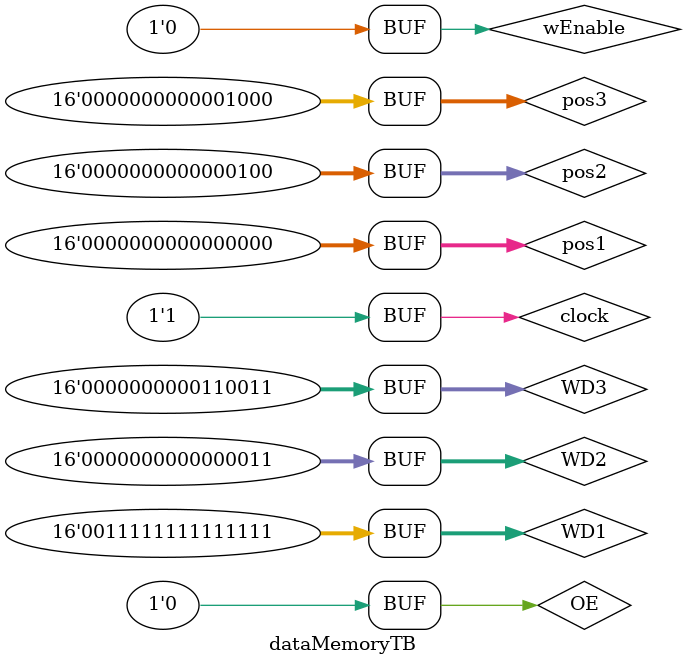
<source format=sv>
module dataMemoryTB();
	logic [15:0] pos1,pos2,pos3, WD1, WD2, WD3;
	logic OE, wEnable, clock;
	logic [15:0] RD1, RD2, RD3;

	dataMemory uut(pos1,pos2,pos3, WD1, WD2, WD3,OE, wEnable, clock,RD1, RD2, RD3);
	
	initial begin
	pos1=16'b0;
	WD1=16'b10;
	pos2=16'b100;
	WD2=16'b11;
	pos3=16'b1000;
	WD3=16'b110011;
	OE=1'b0;
	wEnable=1'b0;
	clock=1'b0;#100;
	clock=1'b1;#100;
	
	OE=1'b1;
	clock=1'b0;#100;
	clock=1'b1;#100;

	wEnable=1'b1;
	OE=1'b0;
	clock=1'b0;#100;
	clock=1'b1;#100;
	
	OE=1'b1;
	clock=1'b0;#100;
	clock=1'b1;#100;
	
	wEnable=1'b0;
	clock=1'b0;#100;
	clock=1'b1;#100;
	
	pos1=16'b0;
	WD1=16'b11111111111111;
	
	clock=1'b0;#100;
	clock=1'b1;#100;
	OE=1'b0;
	
	end

endmodule

</source>
